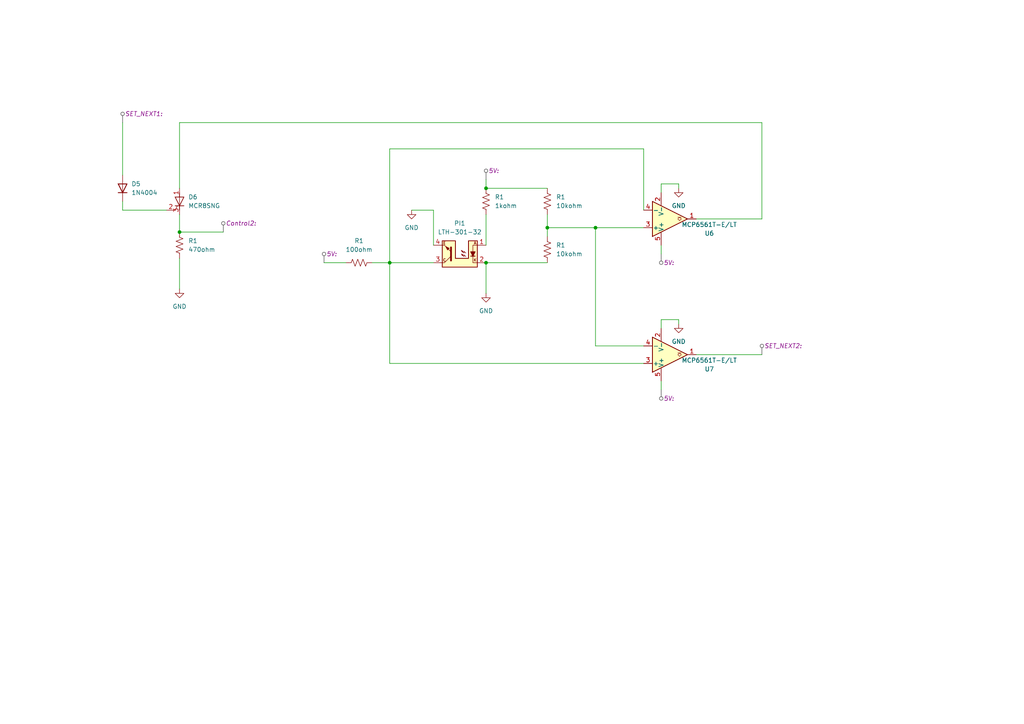
<source format=kicad_sch>
(kicad_sch (version 20230121) (generator eeschema)

  (uuid 70f162c9-6be9-4256-938e-691ef5249b97)

  (paper "A4")

  (title_block
    (title "PCB:C2")
    (date "2023-12-01")
  )

  (lib_symbols
    (symbol "Comparator:MCP6566" (pin_names (offset 0.127)) (in_bom yes) (on_board yes)
      (property "Reference" "U" (at 0 5.08 0)
        (effects (font (size 1.27 1.27)) (justify left))
      )
      (property "Value" "MCP6566" (at 0 -5.08 0)
        (effects (font (size 1.27 1.27)) (justify left))
      )
      (property "Footprint" "" (at 0 -10.16 0)
        (effects (font (size 1.27 1.27)) hide)
      )
      (property "Datasheet" "http://ww1.microchip.com/downloads/en/DeviceDoc/MCP6566-6R-6U-7-9-1.8V-Low-Power-Open-Drain-Output-Comparator-DS20002143G.pdf" (at 0 0 0)
        (effects (font (size 1.27 1.27)) hide)
      )
      (property "ki_keywords" "cmp collector" (at 0 0 0)
        (effects (font (size 1.27 1.27)) hide)
      )
      (property "ki_description" "Single 1.8V Low-Power Open-Drain Output Comparator, SOT-23-5/SC-70" (at 0 0 0)
        (effects (font (size 1.27 1.27)) hide)
      )
      (property "ki_fp_filters" "SOT?23* *SC*70*" (at 0 0 0)
        (effects (font (size 1.27 1.27)) hide)
      )
      (symbol "MCP6566_0_1"
        (polyline
          (pts
            (xy -5.08 5.08)
            (xy 5.08 0)
            (xy -5.08 -5.08)
            (xy -5.08 5.08)
          )
          (stroke (width 0.254) (type default))
          (fill (type background))
        )
        (polyline
          (pts
            (xy 3.302 -0.508)
            (xy 2.794 -0.508)
            (xy 3.302 0)
            (xy 2.794 0.508)
            (xy 2.286 0)
            (xy 2.794 -0.508)
            (xy 2.286 -0.508)
          )
          (stroke (width 0.127) (type default))
          (fill (type none))
        )
        (pin power_in line (at -2.54 -7.62 90) (length 3.81)
          (name "V-" (effects (font (size 1.27 1.27))))
          (number "2" (effects (font (size 1.27 1.27))))
        )
        (pin power_in line (at -2.54 7.62 270) (length 3.81)
          (name "V+" (effects (font (size 1.27 1.27))))
          (number "5" (effects (font (size 1.27 1.27))))
        )
      )
      (symbol "MCP6566_1_1"
        (pin open_collector line (at 7.62 0 180) (length 2.54)
          (name "~" (effects (font (size 1.27 1.27))))
          (number "1" (effects (font (size 1.27 1.27))))
        )
        (pin input line (at -7.62 2.54 0) (length 2.54)
          (name "+" (effects (font (size 1.27 1.27))))
          (number "3" (effects (font (size 1.27 1.27))))
        )
        (pin input line (at -7.62 -2.54 0) (length 2.54)
          (name "-" (effects (font (size 1.27 1.27))))
          (number "4" (effects (font (size 1.27 1.27))))
        )
      )
    )
    (symbol "Device:Q_SCR_AGK" (pin_names (offset 0) hide) (in_bom yes) (on_board yes)
      (property "Reference" "D" (at 1.905 0.635 0)
        (effects (font (size 1.27 1.27)) (justify left))
      )
      (property "Value" "Q_SCR_AGK" (at 1.905 -1.27 0)
        (effects (font (size 1.27 1.27)) (justify left))
      )
      (property "Footprint" "" (at 0 0 90)
        (effects (font (size 1.27 1.27)) hide)
      )
      (property "Datasheet" "~" (at 0 0 90)
        (effects (font (size 1.27 1.27)) hide)
      )
      (property "ki_keywords" "SCR thyristor" (at 0 0 0)
        (effects (font (size 1.27 1.27)) hide)
      )
      (property "ki_description" "Silicon controlled rectifier, anode/gate/cathode" (at 0 0 0)
        (effects (font (size 1.27 1.27)) hide)
      )
      (symbol "Q_SCR_AGK_0_1"
        (polyline
          (pts
            (xy -1.27 -2.54)
            (xy -0.635 -1.27)
          )
          (stroke (width 0) (type default))
          (fill (type none))
        )
        (polyline
          (pts
            (xy -1.27 -1.27)
            (xy 1.27 -1.27)
          )
          (stroke (width 0.2032) (type default))
          (fill (type none))
        )
        (polyline
          (pts
            (xy 0 -2.54)
            (xy 0 2.54)
          )
          (stroke (width 0) (type default))
          (fill (type none))
        )
        (polyline
          (pts
            (xy -1.27 1.27)
            (xy 1.27 1.27)
            (xy 0 -1.27)
            (xy -1.27 1.27)
          )
          (stroke (width 0.2032) (type default))
          (fill (type none))
        )
      )
      (symbol "Q_SCR_AGK_1_1"
        (pin passive line (at 0 3.81 270) (length 2.54)
          (name "A" (effects (font (size 1.27 1.27))))
          (number "1" (effects (font (size 1.27 1.27))))
        )
        (pin input line (at -3.81 -2.54 0) (length 2.54)
          (name "G" (effects (font (size 1.27 1.27))))
          (number "2" (effects (font (size 1.27 1.27))))
        )
        (pin passive line (at 0 -3.81 90) (length 2.54)
          (name "K" (effects (font (size 1.27 1.27))))
          (number "3" (effects (font (size 1.27 1.27))))
        )
      )
    )
    (symbol "Device:R_US" (pin_numbers hide) (pin_names (offset 0)) (in_bom yes) (on_board yes)
      (property "Reference" "R" (at 2.54 0 90)
        (effects (font (size 1.27 1.27)))
      )
      (property "Value" "R_US" (at -2.54 0 90)
        (effects (font (size 1.27 1.27)))
      )
      (property "Footprint" "" (at 1.016 -0.254 90)
        (effects (font (size 1.27 1.27)) hide)
      )
      (property "Datasheet" "~" (at 0 0 0)
        (effects (font (size 1.27 1.27)) hide)
      )
      (property "ki_keywords" "R res resistor" (at 0 0 0)
        (effects (font (size 1.27 1.27)) hide)
      )
      (property "ki_description" "Resistor, US symbol" (at 0 0 0)
        (effects (font (size 1.27 1.27)) hide)
      )
      (property "ki_fp_filters" "R_*" (at 0 0 0)
        (effects (font (size 1.27 1.27)) hide)
      )
      (symbol "R_US_0_1"
        (polyline
          (pts
            (xy 0 -2.286)
            (xy 0 -2.54)
          )
          (stroke (width 0) (type default))
          (fill (type none))
        )
        (polyline
          (pts
            (xy 0 2.286)
            (xy 0 2.54)
          )
          (stroke (width 0) (type default))
          (fill (type none))
        )
        (polyline
          (pts
            (xy 0 -0.762)
            (xy 1.016 -1.143)
            (xy 0 -1.524)
            (xy -1.016 -1.905)
            (xy 0 -2.286)
          )
          (stroke (width 0) (type default))
          (fill (type none))
        )
        (polyline
          (pts
            (xy 0 0.762)
            (xy 1.016 0.381)
            (xy 0 0)
            (xy -1.016 -0.381)
            (xy 0 -0.762)
          )
          (stroke (width 0) (type default))
          (fill (type none))
        )
        (polyline
          (pts
            (xy 0 2.286)
            (xy 1.016 1.905)
            (xy 0 1.524)
            (xy -1.016 1.143)
            (xy 0 0.762)
          )
          (stroke (width 0) (type default))
          (fill (type none))
        )
      )
      (symbol "R_US_1_1"
        (pin passive line (at 0 3.81 270) (length 1.27)
          (name "~" (effects (font (size 1.27 1.27))))
          (number "1" (effects (font (size 1.27 1.27))))
        )
        (pin passive line (at 0 -3.81 90) (length 1.27)
          (name "~" (effects (font (size 1.27 1.27))))
          (number "2" (effects (font (size 1.27 1.27))))
        )
      )
    )
    (symbol "Diode:1N914" (pin_numbers hide) (pin_names hide) (in_bom yes) (on_board yes)
      (property "Reference" "D" (at 0 2.54 0)
        (effects (font (size 1.27 1.27)))
      )
      (property "Value" "1N914" (at 0 -2.54 0)
        (effects (font (size 1.27 1.27)))
      )
      (property "Footprint" "Diode_THT:D_DO-35_SOD27_P7.62mm_Horizontal" (at 0 -4.445 0)
        (effects (font (size 1.27 1.27)) hide)
      )
      (property "Datasheet" "http://www.vishay.com/docs/85622/1n914.pdf" (at 0 0 0)
        (effects (font (size 1.27 1.27)) hide)
      )
      (property "Sim.Device" "D" (at 0 0 0)
        (effects (font (size 1.27 1.27)) hide)
      )
      (property "Sim.Pins" "1=K 2=A" (at 0 0 0)
        (effects (font (size 1.27 1.27)) hide)
      )
      (property "ki_keywords" "diode" (at 0 0 0)
        (effects (font (size 1.27 1.27)) hide)
      )
      (property "ki_description" "100V 0.3A Small Signal Fast Switching Diode, DO-35" (at 0 0 0)
        (effects (font (size 1.27 1.27)) hide)
      )
      (property "ki_fp_filters" "D*DO?35*" (at 0 0 0)
        (effects (font (size 1.27 1.27)) hide)
      )
      (symbol "1N914_0_1"
        (polyline
          (pts
            (xy -1.27 1.27)
            (xy -1.27 -1.27)
          )
          (stroke (width 0.254) (type default))
          (fill (type none))
        )
        (polyline
          (pts
            (xy 1.27 0)
            (xy -1.27 0)
          )
          (stroke (width 0) (type default))
          (fill (type none))
        )
        (polyline
          (pts
            (xy 1.27 1.27)
            (xy 1.27 -1.27)
            (xy -1.27 0)
            (xy 1.27 1.27)
          )
          (stroke (width 0.254) (type default))
          (fill (type none))
        )
      )
      (symbol "1N914_1_1"
        (pin passive line (at -3.81 0 0) (length 2.54)
          (name "K" (effects (font (size 1.27 1.27))))
          (number "1" (effects (font (size 1.27 1.27))))
        )
        (pin passive line (at 3.81 0 180) (length 2.54)
          (name "A" (effects (font (size 1.27 1.27))))
          (number "2" (effects (font (size 1.27 1.27))))
        )
      )
    )
    (symbol "Sensor_Proximity:ITR9608-F" (in_bom yes) (on_board yes)
      (property "Reference" "U" (at -5.08 5.08 0)
        (effects (font (size 1.27 1.27)) (justify left))
      )
      (property "Value" "ITR9608-F" (at 0 -5.08 0)
        (effects (font (size 1.27 1.27)))
      )
      (property "Footprint" "OptoDevice:Everlight_ITR9608-F" (at 0 -6.35 0)
        (effects (font (size 1.27 1.27) italic) hide)
      )
      (property "Datasheet" "https://everlighteurope.com/index.php?controller=attachment&id_attachment=5389" (at -1.27 6.35 0)
        (effects (font (size 1.27 1.27)) hide)
      )
      (property "ki_keywords" "Photointerrupter opto interrupter infrared LED fast response time infrared 940nm 5mm gap" (at 0 0 0)
        (effects (font (size 1.27 1.27)) hide)
      )
      (property "ki_description" "Photointerrupter infrared LED with photo IC, -25 to +85 degree Celsius" (at 0 0 0)
        (effects (font (size 1.27 1.27)) hide)
      )
      (property "ki_fp_filters" "*ITR9608*" (at 0 0 0)
        (effects (font (size 1.27 1.27)) hide)
      )
      (symbol "ITR9608-F_0_0"
        (text "A" (at -4.445 3.175 0)
          (effects (font (size 0.762 0.762)))
        )
        (text "C" (at 4.445 -1.778 0)
          (effects (font (size 0.762 0.762)))
        )
        (text "E" (at 4.445 3.175 0)
          (effects (font (size 0.762 0.762)))
        )
        (text "K" (at -4.445 -1.778 0)
          (effects (font (size 0.762 0.762)))
        )
      )
      (symbol "ITR9608-F_0_1"
        (polyline
          (pts
            (xy -4.445 -0.635)
            (xy -3.175 -0.635)
          )
          (stroke (width 0.254) (type default))
          (fill (type none))
        )
        (polyline
          (pts
            (xy 2.54 -0.635)
            (xy 4.445 -2.54)
          )
          (stroke (width 0) (type default))
          (fill (type none))
        )
        (polyline
          (pts
            (xy 4.445 -2.54)
            (xy 5.08 -2.54)
          )
          (stroke (width 0) (type default))
          (fill (type none))
        )
        (polyline
          (pts
            (xy 4.445 2.54)
            (xy 2.54 0.635)
          )
          (stroke (width 0) (type default))
          (fill (type outline))
        )
        (polyline
          (pts
            (xy 4.445 2.54)
            (xy 5.08 2.54)
          )
          (stroke (width 0) (type default))
          (fill (type none))
        )
        (polyline
          (pts
            (xy -5.08 -2.54)
            (xy -3.81 -2.54)
            (xy -3.81 -0.635)
          )
          (stroke (width 0) (type default))
          (fill (type none))
        )
        (polyline
          (pts
            (xy -5.08 2.54)
            (xy -3.81 2.54)
            (xy -3.81 0.635)
          )
          (stroke (width 0) (type default))
          (fill (type none))
        )
        (polyline
          (pts
            (xy 2.54 -1.905)
            (xy 2.54 1.905)
            (xy 2.54 1.905)
          )
          (stroke (width 0.508) (type default))
          (fill (type none))
        )
        (polyline
          (pts
            (xy -3.81 -0.635)
            (xy -4.445 0.635)
            (xy -3.175 0.635)
            (xy -3.81 -0.635)
          )
          (stroke (width 0.254) (type default))
          (fill (type outline))
        )
        (polyline
          (pts
            (xy -1.778 0.254)
            (xy -1.2446 0.762)
            (xy -1.2446 0.254)
            (xy -0.4826 1.016)
          )
          (stroke (width 0) (type default))
          (fill (type none))
        )
        (polyline
          (pts
            (xy -0.4826 1.016)
            (xy -0.9906 0.762)
            (xy -0.7366 0.508)
            (xy -0.4826 1.016)
          )
          (stroke (width 0) (type default))
          (fill (type none))
        )
        (polyline
          (pts
            (xy 3.048 1.651)
            (xy 3.556 1.143)
            (xy 4.064 2.159)
            (xy 3.048 1.651)
            (xy 3.048 1.651)
          )
          (stroke (width 0) (type default))
          (fill (type outline))
        )
        (polyline
          (pts
            (xy -1.778 -0.762)
            (xy -1.2446 -0.254)
            (xy -1.2446 -0.762)
            (xy -0.4826 0)
            (xy -0.9906 -0.254)
            (xy -0.7366 -0.508)
            (xy -0.4826 0)
          )
          (stroke (width 0) (type default))
          (fill (type none))
        )
        (polyline
          (pts
            (xy -5.08 3.81)
            (xy -5.08 -3.81)
            (xy 5.08 -3.81)
            (xy 5.08 3.81)
            (xy 1.27 3.81)
            (xy 1.27 -1.27)
            (xy -2.54 -1.27)
            (xy -2.54 3.81)
            (xy -5.08 3.81)
          )
          (stroke (width 0.254) (type default))
          (fill (type background))
        )
      )
      (symbol "ITR9608-F_1_1"
        (pin passive line (at -7.62 2.54 0) (length 2.54)
          (name "~" (effects (font (size 1.27 1.27))))
          (number "1" (effects (font (size 1.27 1.27))))
        )
        (pin passive line (at -7.62 -2.54 0) (length 2.54)
          (name "~" (effects (font (size 1.27 1.27))))
          (number "2" (effects (font (size 1.27 1.27))))
        )
        (pin open_collector line (at 7.62 -2.54 180) (length 2.54)
          (name "~" (effects (font (size 1.27 1.27))))
          (number "3" (effects (font (size 1.27 1.27))))
        )
        (pin open_emitter line (at 7.62 2.54 180) (length 2.54)
          (name "~" (effects (font (size 1.27 1.27))))
          (number "4" (effects (font (size 1.27 1.27))))
        )
      )
    )
    (symbol "power:GND" (power) (pin_names (offset 0)) (in_bom yes) (on_board yes)
      (property "Reference" "#PWR" (at 0 -6.35 0)
        (effects (font (size 1.27 1.27)) hide)
      )
      (property "Value" "GND" (at 0 -3.81 0)
        (effects (font (size 1.27 1.27)))
      )
      (property "Footprint" "" (at 0 0 0)
        (effects (font (size 1.27 1.27)) hide)
      )
      (property "Datasheet" "" (at 0 0 0)
        (effects (font (size 1.27 1.27)) hide)
      )
      (property "ki_keywords" "global power" (at 0 0 0)
        (effects (font (size 1.27 1.27)) hide)
      )
      (property "ki_description" "Power symbol creates a global label with name \"GND\" , ground" (at 0 0 0)
        (effects (font (size 1.27 1.27)) hide)
      )
      (symbol "GND_0_1"
        (polyline
          (pts
            (xy 0 0)
            (xy 0 -1.27)
            (xy 1.27 -1.27)
            (xy 0 -2.54)
            (xy -1.27 -1.27)
            (xy 0 -1.27)
          )
          (stroke (width 0) (type default))
          (fill (type none))
        )
      )
      (symbol "GND_1_1"
        (pin power_in line (at 0 0 270) (length 0) hide
          (name "GND" (effects (font (size 1.27 1.27))))
          (number "1" (effects (font (size 1.27 1.27))))
        )
      )
    )
  )

  (junction (at 140.97 76.2) (diameter 0) (color 0 0 0 0)
    (uuid 0a94893c-3257-41f7-93f4-6e62dbbeb4eb)
  )
  (junction (at 113.03 76.2) (diameter 0) (color 0 0 0 0)
    (uuid 0d409cd5-e26f-415a-8e39-f8797d02ca10)
  )
  (junction (at 172.72 66.04) (diameter 0) (color 0 0 0 0)
    (uuid 5d3d3bdd-35c2-4798-9795-9c55045ff8b2)
  )
  (junction (at 140.97 54.61) (diameter 0) (color 0 0 0 0)
    (uuid 83019e55-af19-4ed2-93e7-fcbccbfcadea)
  )
  (junction (at 52.07 67.31) (diameter 0) (color 0 0 0 0)
    (uuid b9095126-65ce-4a78-b73e-cc0a712c762f)
  )
  (junction (at 158.75 66.04) (diameter 0) (color 0 0 0 0)
    (uuid e334b960-7036-4f9a-a4e0-ee981cb81c5f)
  )

  (wire (pts (xy 172.72 100.33) (xy 186.69 100.33))
    (stroke (width 0) (type default))
    (uuid 14b9a774-7a10-4e5c-914e-8d3409f69f25)
  )
  (wire (pts (xy 186.69 60.96) (xy 186.69 43.18))
    (stroke (width 0) (type default))
    (uuid 1edec0ce-45da-40c8-906d-b53766811da8)
  )
  (wire (pts (xy 191.77 113.03) (xy 191.77 110.49))
    (stroke (width 0) (type default))
    (uuid 28164fee-8d15-4672-9ec2-2a528a4fb3c7)
  )
  (wire (pts (xy 113.03 43.18) (xy 113.03 76.2))
    (stroke (width 0) (type default))
    (uuid 2b143f36-bb6e-49bd-b752-07319ab323f9)
  )
  (wire (pts (xy 186.69 105.41) (xy 113.03 105.41))
    (stroke (width 0) (type default))
    (uuid 4081d22e-cff2-4ccf-bd39-03325db5a7be)
  )
  (wire (pts (xy 113.03 76.2) (xy 125.73 76.2))
    (stroke (width 0) (type default))
    (uuid 44828687-a540-4102-8436-4bb8bd7cfe90)
  )
  (wire (pts (xy 172.72 66.04) (xy 172.72 100.33))
    (stroke (width 0) (type default))
    (uuid 484efa39-82e3-4dc4-a506-801c53650337)
  )
  (wire (pts (xy 201.93 102.87) (xy 220.98 102.87))
    (stroke (width 0) (type default))
    (uuid 4f646326-d913-46bc-a39b-df663625e09a)
  )
  (wire (pts (xy 186.69 43.18) (xy 113.03 43.18))
    (stroke (width 0) (type default))
    (uuid 629e4c9c-b468-4cce-bb5d-a3bbbb6288d8)
  )
  (wire (pts (xy 196.85 54.61) (xy 196.85 53.34))
    (stroke (width 0) (type default))
    (uuid 65bfc3dc-1fe2-4d9c-a7d5-c9da0c22d072)
  )
  (wire (pts (xy 125.73 71.12) (xy 125.73 60.96))
    (stroke (width 0) (type default))
    (uuid 6f8590fe-9ad2-40d6-b608-b8424616d03f)
  )
  (wire (pts (xy 35.56 58.42) (xy 35.56 60.96))
    (stroke (width 0) (type default))
    (uuid 738295c3-bbf2-4b63-80d0-e6febeebd26b)
  )
  (wire (pts (xy 52.07 62.23) (xy 52.07 67.31))
    (stroke (width 0) (type default))
    (uuid 79240c8c-192a-4416-8dc0-f967bc70427a)
  )
  (wire (pts (xy 196.85 53.34) (xy 191.77 53.34))
    (stroke (width 0) (type default))
    (uuid 7de6828b-64df-439a-97c6-a940a0b03d9b)
  )
  (wire (pts (xy 220.98 63.5) (xy 220.98 35.56))
    (stroke (width 0) (type default))
    (uuid 7facb8c8-aea2-4285-9cea-f6c990dc1557)
  )
  (wire (pts (xy 64.77 67.31) (xy 52.07 67.31))
    (stroke (width 0) (type default))
    (uuid 833be0f6-e701-415f-a729-7c91a3f470e6)
  )
  (wire (pts (xy 158.75 66.04) (xy 158.75 68.58))
    (stroke (width 0) (type default))
    (uuid 8ddf7767-6912-49b1-940b-06a6d0624806)
  )
  (wire (pts (xy 107.95 76.2) (xy 113.03 76.2))
    (stroke (width 0) (type default))
    (uuid 8f625986-5752-420a-801f-c338df17a33d)
  )
  (wire (pts (xy 158.75 62.23) (xy 158.75 66.04))
    (stroke (width 0) (type default))
    (uuid 90bba946-232c-48d1-835f-9ab498da6017)
  )
  (wire (pts (xy 125.73 60.96) (xy 119.38 60.96))
    (stroke (width 0) (type default))
    (uuid a5589f7d-aa4c-4be0-b9d5-6353d2365f90)
  )
  (wire (pts (xy 48.26 60.96) (xy 35.56 60.96))
    (stroke (width 0) (type default))
    (uuid ab8f1295-c8d6-406c-a71c-ebc52ae937d0)
  )
  (wire (pts (xy 158.75 76.2) (xy 140.97 76.2))
    (stroke (width 0) (type default))
    (uuid b2268a2f-587d-478d-a7fe-787a73b39c82)
  )
  (wire (pts (xy 52.07 35.56) (xy 52.07 54.61))
    (stroke (width 0) (type default))
    (uuid b457be2d-d57f-4b9e-b927-2c122a945663)
  )
  (wire (pts (xy 191.77 92.71) (xy 191.77 95.25))
    (stroke (width 0) (type default))
    (uuid bb56c20d-d675-405d-acba-8abedaa17f0f)
  )
  (wire (pts (xy 191.77 73.66) (xy 191.77 71.12))
    (stroke (width 0) (type default))
    (uuid c45ba89a-6d06-4953-b425-cb56d7d280d0)
  )
  (wire (pts (xy 140.97 62.23) (xy 140.97 71.12))
    (stroke (width 0) (type default))
    (uuid c6c93610-653e-46ab-9463-edf77b74a053)
  )
  (wire (pts (xy 93.98 76.2) (xy 100.33 76.2))
    (stroke (width 0) (type default))
    (uuid cdedd624-1e40-4b1b-90c3-6ae2c99f049f)
  )
  (wire (pts (xy 140.97 52.07) (xy 140.97 54.61))
    (stroke (width 0) (type default))
    (uuid d66f52f6-3cdb-4182-8bd9-8f7adf768559)
  )
  (wire (pts (xy 186.69 66.04) (xy 172.72 66.04))
    (stroke (width 0) (type default))
    (uuid db220846-9fa0-4b9b-9e97-5899f65d0c97)
  )
  (wire (pts (xy 35.56 50.8) (xy 35.56 35.56))
    (stroke (width 0) (type default))
    (uuid dc4c64da-fe93-49d8-878e-77f3a36cf7d8)
  )
  (wire (pts (xy 196.85 92.71) (xy 191.77 92.71))
    (stroke (width 0) (type default))
    (uuid dd879276-4338-4634-907a-a7af8bc96869)
  )
  (wire (pts (xy 113.03 76.2) (xy 113.03 105.41))
    (stroke (width 0) (type default))
    (uuid eb4846f8-e4f0-48d6-a98f-f2f06eedc35e)
  )
  (wire (pts (xy 140.97 54.61) (xy 158.75 54.61))
    (stroke (width 0) (type default))
    (uuid eca0d43a-642e-4115-a91c-5e3c835b87e5)
  )
  (wire (pts (xy 52.07 74.93) (xy 52.07 83.82))
    (stroke (width 0) (type default))
    (uuid f1cbcaef-77d4-47b5-9b1f-8690a906d65a)
  )
  (wire (pts (xy 220.98 35.56) (xy 52.07 35.56))
    (stroke (width 0) (type default))
    (uuid f3ffb8b0-c4f9-4220-823a-26c5c3bb6db9)
  )
  (wire (pts (xy 191.77 53.34) (xy 191.77 55.88))
    (stroke (width 0) (type default))
    (uuid f57a57c5-8d7e-45a2-96a6-27db1c378b8a)
  )
  (wire (pts (xy 140.97 76.2) (xy 140.97 85.09))
    (stroke (width 0) (type default))
    (uuid f6627bd5-cdd0-4790-93c3-c07d7b904962)
  )
  (wire (pts (xy 172.72 66.04) (xy 158.75 66.04))
    (stroke (width 0) (type default))
    (uuid f73a5954-55b8-4174-bbe2-6815653fcdfc)
  )
  (wire (pts (xy 201.93 63.5) (xy 220.98 63.5))
    (stroke (width 0) (type default))
    (uuid f88cf216-df1b-4b7b-8b91-88c3d0e78cf1)
  )
  (wire (pts (xy 196.85 93.98) (xy 196.85 92.71))
    (stroke (width 0) (type default))
    (uuid fa457e07-6f41-4a11-93a9-59710ce0c2f8)
  )

  (netclass_flag "" (length 2.54) (shape round) (at 64.77 67.31 0) (fields_autoplaced)
    (effects (font (size 1.27 1.27)) (justify left bottom))
    (uuid 058fd169-336f-4ab6-a0fc-f526d627189d)
    (property "Control2" "" (at 65.4685 64.77 0) (show_name)
      (effects (font (size 1.27 1.27) italic) (justify left))
    )
  )
  (netclass_flag "" (length 2.54) (shape round) (at 220.98 102.87 0) (fields_autoplaced)
    (effects (font (size 1.27 1.27)) (justify left bottom))
    (uuid 2424714b-54a2-46bc-a1a7-47fbbf4be82c)
    (property "SET_NEXT2" "" (at 221.6785 100.33 0) (show_name)
      (effects (font (size 1.27 1.27) italic) (justify left))
    )
  )
  (netclass_flag "" (length 2.54) (shape round) (at 140.97 52.07 0) (fields_autoplaced)
    (effects (font (size 1.27 1.27)) (justify left bottom))
    (uuid 2ba22df7-6acf-4fa8-b720-674b55418219)
    (property "5V" "" (at 141.6685 49.53 0) (show_name)
      (effects (font (size 1.27 1.27) italic) (justify left))
    )
  )
  (netclass_flag "" (length 2.54) (shape round) (at 35.56 35.56 0) (fields_autoplaced)
    (effects (font (size 1.27 1.27)) (justify left bottom))
    (uuid 3659ea41-74a7-4130-b141-5591628cf7a7)
    (property "SET_NEXT1" "" (at 36.2585 33.02 0) (show_name)
      (effects (font (size 1.27 1.27) italic) (justify left))
    )
  )
  (netclass_flag "" (length 2.54) (shape round) (at 191.77 73.66 180) (fields_autoplaced)
    (effects (font (size 1.27 1.27)) (justify right bottom))
    (uuid 5cbb1798-82b9-46bc-889e-9b91fc7e942e)
    (property "5V" "" (at 192.4685 76.2 0) (show_name)
      (effects (font (size 1.27 1.27) italic) (justify left))
    )
  )
  (netclass_flag "" (length 2.54) (shape round) (at 93.98 76.2 0) (fields_autoplaced)
    (effects (font (size 1.27 1.27)) (justify left bottom))
    (uuid ab8e01cf-7d06-434f-99a0-7bd16c685fdd)
    (property "5V" "" (at 94.6785 73.66 0) (show_name)
      (effects (font (size 1.27 1.27) italic) (justify left))
    )
  )
  (netclass_flag "" (length 2.54) (shape round) (at 191.77 113.03 180) (fields_autoplaced)
    (effects (font (size 1.27 1.27)) (justify right bottom))
    (uuid accb823c-3107-49ac-abef-c87c9282df23)
    (property "5V" "" (at 192.4685 115.57 0) (show_name)
      (effects (font (size 1.27 1.27) italic) (justify left))
    )
  )

  (symbol (lib_id "power:GND") (at 52.07 83.82 0) (unit 1)
    (in_bom yes) (on_board yes) (dnp no) (fields_autoplaced)
    (uuid 0c5afb40-82f6-4469-9853-e1ba485b103f)
    (property "Reference" "#PWR012" (at 52.07 90.17 0)
      (effects (font (size 1.27 1.27)) hide)
    )
    (property "Value" "GND" (at 52.07 88.9 0)
      (effects (font (size 1.27 1.27)))
    )
    (property "Footprint" "" (at 52.07 83.82 0)
      (effects (font (size 1.27 1.27)) hide)
    )
    (property "Datasheet" "" (at 52.07 83.82 0)
      (effects (font (size 1.27 1.27)) hide)
    )
    (pin "1" (uuid 10783790-12b0-49c4-b6a4-db7b878c504d))
    (instances
      (project "Schem1"
        (path "/911b5eb8-7b6c-425b-b090-765c473021df/89303584-90b3-4284-9cfe-6f4b21b3b21a"
          (reference "#PWR012") (unit 1)
        )
        (path "/911b5eb8-7b6c-425b-b090-765c473021df/b373f443-bd5b-4968-bed5-084cb3ea84d6"
          (reference "#PWR014") (unit 1)
        )
      )
    )
  )

  (symbol (lib_id "power:GND") (at 140.97 85.09 0) (unit 1)
    (in_bom yes) (on_board yes) (dnp no) (fields_autoplaced)
    (uuid 21d70568-334a-4075-abc5-e41a79f406ae)
    (property "Reference" "#PWR09" (at 140.97 91.44 0)
      (effects (font (size 1.27 1.27)) hide)
    )
    (property "Value" "GND" (at 140.97 90.17 0)
      (effects (font (size 1.27 1.27)))
    )
    (property "Footprint" "" (at 140.97 85.09 0)
      (effects (font (size 1.27 1.27)) hide)
    )
    (property "Datasheet" "" (at 140.97 85.09 0)
      (effects (font (size 1.27 1.27)) hide)
    )
    (pin "1" (uuid a09df202-5285-4bff-b7ed-05cfb53ecd2a))
    (instances
      (project "Schem1"
        (path "/911b5eb8-7b6c-425b-b090-765c473021df/89303584-90b3-4284-9cfe-6f4b21b3b21a"
          (reference "#PWR09") (unit 1)
        )
        (path "/911b5eb8-7b6c-425b-b090-765c473021df/b373f443-bd5b-4968-bed5-084cb3ea84d6"
          (reference "#PWR016") (unit 1)
        )
      )
    )
  )

  (symbol (lib_id "Device:R_US") (at 140.97 58.42 0) (unit 1)
    (in_bom yes) (on_board yes) (dnp no) (fields_autoplaced)
    (uuid 25cb2ab6-ad07-452c-b49d-070723ec11f1)
    (property "Reference" "R1" (at 143.51 57.15 0)
      (effects (font (size 1.27 1.27)) (justify left))
    )
    (property "Value" "1kohm" (at 143.51 59.69 0)
      (effects (font (size 1.27 1.27)) (justify left))
    )
    (property "Footprint" "" (at 141.986 58.674 90)
      (effects (font (size 1.27 1.27)) hide)
    )
    (property "Datasheet" "~" (at 140.97 58.42 0)
      (effects (font (size 1.27 1.27)) hide)
    )
    (pin "2" (uuid 39abc54c-ff9c-478f-86a0-06bbe1c8b13d))
    (pin "1" (uuid dc6c012d-ee7e-4684-9c18-8d2aa09af965))
    (instances
      (project "Schem1"
        (path "/911b5eb8-7b6c-425b-b090-765c473021df"
          (reference "R1") (unit 1)
        )
        (path "/911b5eb8-7b6c-425b-b090-765c473021df/89303584-90b3-4284-9cfe-6f4b21b3b21a"
          (reference "R7") (unit 1)
        )
        (path "/911b5eb8-7b6c-425b-b090-765c473021df/b373f443-bd5b-4968-bed5-084cb3ea84d6"
          (reference "R14") (unit 1)
        )
      )
    )
  )

  (symbol (lib_id "Diode:1N914") (at 35.56 54.61 90) (unit 1)
    (in_bom yes) (on_board yes) (dnp no) (fields_autoplaced)
    (uuid 2b2de0dd-945b-4904-a208-0ae13dd297cd)
    (property "Reference" "D5" (at 38.1 53.34 90)
      (effects (font (size 1.27 1.27)) (justify right))
    )
    (property "Value" "1N4004" (at 38.1 55.88 90)
      (effects (font (size 1.27 1.27)) (justify right))
    )
    (property "Footprint" "Diode_THT:D_DO-35_SOD27_P7.62mm_Horizontal" (at 40.005 54.61 0)
      (effects (font (size 1.27 1.27)) hide)
    )
    (property "Datasheet" "http://www.vishay.com/docs/85622/1n914.pdf" (at 35.56 54.61 0)
      (effects (font (size 1.27 1.27)) hide)
    )
    (property "Sim.Device" "D" (at 35.56 54.61 0)
      (effects (font (size 1.27 1.27)) hide)
    )
    (property "Sim.Pins" "1=K 2=A" (at 35.56 54.61 0)
      (effects (font (size 1.27 1.27)) hide)
    )
    (pin "2" (uuid f087b10b-c8f6-465c-86f9-35853cf106fa))
    (pin "1" (uuid 865eccf0-dc81-4c1e-8295-be2c155937a0))
    (instances
      (project "Schem1"
        (path "/911b5eb8-7b6c-425b-b090-765c473021df"
          (reference "D5") (unit 1)
        )
        (path "/911b5eb8-7b6c-425b-b090-765c473021df/f1eb5bf7-cb18-41d2-af62-ebbfe03c356f"
          (reference "D5") (unit 1)
        )
        (path "/911b5eb8-7b6c-425b-b090-765c473021df/89303584-90b3-4284-9cfe-6f4b21b3b21a"
          (reference "D7") (unit 1)
        )
        (path "/911b5eb8-7b6c-425b-b090-765c473021df/b373f443-bd5b-4968-bed5-084cb3ea84d6"
          (reference "D8") (unit 1)
        )
      )
    )
  )

  (symbol (lib_id "power:GND") (at 196.85 93.98 0) (unit 1)
    (in_bom yes) (on_board yes) (dnp no)
    (uuid 697a8932-0fb1-4946-88b3-409839e477a4)
    (property "Reference" "#PWR011" (at 196.85 100.33 0)
      (effects (font (size 1.27 1.27)) hide)
    )
    (property "Value" "GND" (at 196.85 99.06 0)
      (effects (font (size 1.27 1.27)))
    )
    (property "Footprint" "" (at 196.85 93.98 0)
      (effects (font (size 1.27 1.27)) hide)
    )
    (property "Datasheet" "" (at 196.85 93.98 0)
      (effects (font (size 1.27 1.27)) hide)
    )
    (pin "1" (uuid baa7ae25-bd46-4a9c-ba1a-e9336b3901d0))
    (instances
      (project "Schem1"
        (path "/911b5eb8-7b6c-425b-b090-765c473021df/89303584-90b3-4284-9cfe-6f4b21b3b21a"
          (reference "#PWR011") (unit 1)
        )
        (path "/911b5eb8-7b6c-425b-b090-765c473021df/b373f443-bd5b-4968-bed5-084cb3ea84d6"
          (reference "#PWR018") (unit 1)
        )
      )
    )
  )

  (symbol (lib_id "power:GND") (at 119.38 60.96 0) (unit 1)
    (in_bom yes) (on_board yes) (dnp no) (fields_autoplaced)
    (uuid 965e9138-1bf5-462e-b91f-248457060e18)
    (property "Reference" "#PWR013" (at 119.38 67.31 0)
      (effects (font (size 1.27 1.27)) hide)
    )
    (property "Value" "GND" (at 119.38 66.04 0)
      (effects (font (size 1.27 1.27)))
    )
    (property "Footprint" "" (at 119.38 60.96 0)
      (effects (font (size 1.27 1.27)) hide)
    )
    (property "Datasheet" "" (at 119.38 60.96 0)
      (effects (font (size 1.27 1.27)) hide)
    )
    (pin "1" (uuid d389db0b-9aed-43dc-95b7-ac3c8d0e43a3))
    (instances
      (project "Schem1"
        (path "/911b5eb8-7b6c-425b-b090-765c473021df/89303584-90b3-4284-9cfe-6f4b21b3b21a"
          (reference "#PWR013") (unit 1)
        )
        (path "/911b5eb8-7b6c-425b-b090-765c473021df/b373f443-bd5b-4968-bed5-084cb3ea84d6"
          (reference "#PWR015") (unit 1)
        )
      )
    )
  )

  (symbol (lib_id "Device:R_US") (at 52.07 71.12 0) (unit 1)
    (in_bom yes) (on_board yes) (dnp no) (fields_autoplaced)
    (uuid a3e15d35-e184-4f60-aa16-199fd4ce2e2e)
    (property "Reference" "R1" (at 54.61 69.85 0)
      (effects (font (size 1.27 1.27)) (justify left))
    )
    (property "Value" "470ohm" (at 54.61 72.39 0)
      (effects (font (size 1.27 1.27)) (justify left))
    )
    (property "Footprint" "" (at 53.086 71.374 90)
      (effects (font (size 1.27 1.27)) hide)
    )
    (property "Datasheet" "~" (at 52.07 71.12 0)
      (effects (font (size 1.27 1.27)) hide)
    )
    (pin "2" (uuid 2dc667a0-36cb-48cc-921d-c3330ff51f6a))
    (pin "1" (uuid 66a3f806-ca6e-4d38-816c-61e23a5b1496))
    (instances
      (project "Schem1"
        (path "/911b5eb8-7b6c-425b-b090-765c473021df"
          (reference "R1") (unit 1)
        )
        (path "/911b5eb8-7b6c-425b-b090-765c473021df/89303584-90b3-4284-9cfe-6f4b21b3b21a"
          (reference "R11") (unit 1)
        )
        (path "/911b5eb8-7b6c-425b-b090-765c473021df/b373f443-bd5b-4968-bed5-084cb3ea84d6"
          (reference "R12") (unit 1)
        )
      )
    )
  )

  (symbol (lib_id "Device:R_US") (at 104.14 76.2 90) (unit 1)
    (in_bom yes) (on_board yes) (dnp no) (fields_autoplaced)
    (uuid a8d920b1-1aee-441b-b7d3-66f0ac1f24a0)
    (property "Reference" "R1" (at 104.14 69.85 90)
      (effects (font (size 1.27 1.27)))
    )
    (property "Value" "100ohm" (at 104.14 72.39 90)
      (effects (font (size 1.27 1.27)))
    )
    (property "Footprint" "" (at 104.394 75.184 90)
      (effects (font (size 1.27 1.27)) hide)
    )
    (property "Datasheet" "~" (at 104.14 76.2 0)
      (effects (font (size 1.27 1.27)) hide)
    )
    (pin "2" (uuid 24b9c431-14a2-493d-a41a-758541735cc3))
    (pin "1" (uuid 18a8a947-8486-4391-812d-11989b2b80f1))
    (instances
      (project "Schem1"
        (path "/911b5eb8-7b6c-425b-b090-765c473021df"
          (reference "R1") (unit 1)
        )
        (path "/911b5eb8-7b6c-425b-b090-765c473021df/89303584-90b3-4284-9cfe-6f4b21b3b21a"
          (reference "R10") (unit 1)
        )
        (path "/911b5eb8-7b6c-425b-b090-765c473021df/b373f443-bd5b-4968-bed5-084cb3ea84d6"
          (reference "R13") (unit 1)
        )
      )
    )
  )

  (symbol (lib_id "Device:Q_SCR_AGK") (at 52.07 58.42 0) (unit 1)
    (in_bom yes) (on_board yes) (dnp no) (fields_autoplaced)
    (uuid b5fbdb3a-b135-48d3-9326-0bfc9ff94914)
    (property "Reference" "D6" (at 54.61 57.15 0)
      (effects (font (size 1.27 1.27)) (justify left))
    )
    (property "Value" "MCR8SNG" (at 54.61 59.69 0)
      (effects (font (size 1.27 1.27)) (justify left))
    )
    (property "Footprint" "" (at 52.07 58.42 90)
      (effects (font (size 1.27 1.27)) hide)
    )
    (property "Datasheet" "~" (at 52.07 58.42 90)
      (effects (font (size 1.27 1.27)) hide)
    )
    (pin "2" (uuid 10621ca1-4dbc-456b-9e9e-77d22db1b825))
    (pin "1" (uuid f6a2999d-37ab-48b4-9bc5-a74be484e5af))
    (pin "3" (uuid 45b42413-de28-423d-8140-d2e8d178b641))
    (instances
      (project "Schem1"
        (path "/911b5eb8-7b6c-425b-b090-765c473021df/89303584-90b3-4284-9cfe-6f4b21b3b21a"
          (reference "D6") (unit 1)
        )
        (path "/911b5eb8-7b6c-425b-b090-765c473021df/b373f443-bd5b-4968-bed5-084cb3ea84d6"
          (reference "D9") (unit 1)
        )
      )
    )
  )

  (symbol (lib_id "Device:R_US") (at 158.75 58.42 0) (unit 1)
    (in_bom yes) (on_board yes) (dnp no) (fields_autoplaced)
    (uuid bd26f351-3721-4d08-9a6c-c5a423813609)
    (property "Reference" "R1" (at 161.29 57.15 0)
      (effects (font (size 1.27 1.27)) (justify left))
    )
    (property "Value" "10kohm" (at 161.29 59.69 0)
      (effects (font (size 1.27 1.27)) (justify left))
    )
    (property "Footprint" "" (at 159.766 58.674 90)
      (effects (font (size 1.27 1.27)) hide)
    )
    (property "Datasheet" "~" (at 158.75 58.42 0)
      (effects (font (size 1.27 1.27)) hide)
    )
    (pin "2" (uuid f41714c4-0cf4-4a44-aa5f-fdd7513e6a2e))
    (pin "1" (uuid 2eb79414-e934-4148-bc2e-5ffaf0f12e59))
    (instances
      (project "Schem1"
        (path "/911b5eb8-7b6c-425b-b090-765c473021df"
          (reference "R1") (unit 1)
        )
        (path "/911b5eb8-7b6c-425b-b090-765c473021df/89303584-90b3-4284-9cfe-6f4b21b3b21a"
          (reference "R8") (unit 1)
        )
        (path "/911b5eb8-7b6c-425b-b090-765c473021df/b373f443-bd5b-4968-bed5-084cb3ea84d6"
          (reference "R15") (unit 1)
        )
      )
    )
  )

  (symbol (lib_id "Comparator:MCP6566") (at 194.31 102.87 0) (mirror x) (unit 1)
    (in_bom yes) (on_board yes) (dnp no) (fields_autoplaced)
    (uuid c07f1432-4bfc-4594-a329-44a0a1abf2e0)
    (property "Reference" "U7" (at 205.74 107.0609 0)
      (effects (font (size 1.27 1.27)))
    )
    (property "Value" "MCP6561T-E/LT" (at 205.74 104.5209 0)
      (effects (font (size 1.27 1.27)))
    )
    (property "Footprint" "" (at 194.31 92.71 0)
      (effects (font (size 1.27 1.27)) hide)
    )
    (property "Datasheet" "https://ww1.microchip.com/downloads/en/DeviceDoc/MCP6561-1R-1U-2-4-1.8V-Low-Power-Push-Pull-Output-Comparator-DS20002139E.pdf" (at 194.31 102.87 0)
      (effects (font (size 1.27 1.27)) hide)
    )
    (pin "5" (uuid 10778950-4030-4174-9631-b8c5ea97d7c2))
    (pin "4" (uuid 20bbe3c4-6107-46be-8d8f-42ea18cd7b8c))
    (pin "1" (uuid 1c61ac5d-66c9-4f00-b32b-89c8351f58a0))
    (pin "2" (uuid 1e1e8b4c-f9e8-4371-ad67-799a91560ef7))
    (pin "3" (uuid f2d10e61-fba8-4d33-b458-b73c7b3b214d))
    (instances
      (project "Schem1"
        (path "/911b5eb8-7b6c-425b-b090-765c473021df/89303584-90b3-4284-9cfe-6f4b21b3b21a"
          (reference "U7") (unit 1)
        )
        (path "/911b5eb8-7b6c-425b-b090-765c473021df/b373f443-bd5b-4968-bed5-084cb3ea84d6"
          (reference "U9") (unit 1)
        )
      )
    )
  )

  (symbol (lib_id "power:GND") (at 196.85 54.61 0) (unit 1)
    (in_bom yes) (on_board yes) (dnp no)
    (uuid c2906d62-ea5a-401c-9f59-27ebc5488555)
    (property "Reference" "#PWR010" (at 196.85 60.96 0)
      (effects (font (size 1.27 1.27)) hide)
    )
    (property "Value" "GND" (at 196.85 59.69 0)
      (effects (font (size 1.27 1.27)))
    )
    (property "Footprint" "" (at 196.85 54.61 0)
      (effects (font (size 1.27 1.27)) hide)
    )
    (property "Datasheet" "" (at 196.85 54.61 0)
      (effects (font (size 1.27 1.27)) hide)
    )
    (pin "1" (uuid 26ba2804-8b9f-4fd2-a769-b65ea0eeff3c))
    (instances
      (project "Schem1"
        (path "/911b5eb8-7b6c-425b-b090-765c473021df/89303584-90b3-4284-9cfe-6f4b21b3b21a"
          (reference "#PWR010") (unit 1)
        )
        (path "/911b5eb8-7b6c-425b-b090-765c473021df/b373f443-bd5b-4968-bed5-084cb3ea84d6"
          (reference "#PWR017") (unit 1)
        )
      )
    )
  )

  (symbol (lib_id "Device:R_US") (at 158.75 72.39 0) (unit 1)
    (in_bom yes) (on_board yes) (dnp no) (fields_autoplaced)
    (uuid dee11526-0715-4775-b9e5-c36b5c9826af)
    (property "Reference" "R1" (at 161.29 71.12 0)
      (effects (font (size 1.27 1.27)) (justify left))
    )
    (property "Value" "10kohm" (at 161.29 73.66 0)
      (effects (font (size 1.27 1.27)) (justify left))
    )
    (property "Footprint" "" (at 159.766 72.644 90)
      (effects (font (size 1.27 1.27)) hide)
    )
    (property "Datasheet" "~" (at 158.75 72.39 0)
      (effects (font (size 1.27 1.27)) hide)
    )
    (pin "2" (uuid fc4179dc-a70e-4145-b6b1-1ac49e67ebb9))
    (pin "1" (uuid f89d6019-a000-4672-8407-08ac9023485f))
    (instances
      (project "Schem1"
        (path "/911b5eb8-7b6c-425b-b090-765c473021df"
          (reference "R1") (unit 1)
        )
        (path "/911b5eb8-7b6c-425b-b090-765c473021df/89303584-90b3-4284-9cfe-6f4b21b3b21a"
          (reference "R9") (unit 1)
        )
        (path "/911b5eb8-7b6c-425b-b090-765c473021df/b373f443-bd5b-4968-bed5-084cb3ea84d6"
          (reference "R16") (unit 1)
        )
      )
    )
  )

  (symbol (lib_id "Sensor_Proximity:ITR9608-F") (at 133.35 73.66 0) (mirror y) (unit 1)
    (in_bom yes) (on_board yes) (dnp no)
    (uuid e0c239f4-5101-4ca2-a428-7cd3d41dd34e)
    (property "Reference" "PI1" (at 133.35 64.77 0)
      (effects (font (size 1.27 1.27)))
    )
    (property "Value" "LTH-301-32" (at 133.35 67.31 0)
      (effects (font (size 1.27 1.27)))
    )
    (property "Footprint" "" (at 133.35 80.01 0)
      (effects (font (size 1.27 1.27) italic) hide)
    )
    (property "Datasheet" "" (at 134.62 67.31 0)
      (effects (font (size 1.27 1.27)) hide)
    )
    (pin "2" (uuid d9006694-8855-4427-ab60-c6046a57855e))
    (pin "3" (uuid 727e334b-6a67-4663-991f-9be820af925c))
    (pin "4" (uuid 7b17c935-99ad-4c0b-a141-86cd080424f3))
    (pin "1" (uuid 95ad81ca-2ad8-4b44-af0b-d2b2c3e7d0a6))
    (instances
      (project "Schem1"
        (path "/911b5eb8-7b6c-425b-b090-765c473021df"
          (reference "PI1") (unit 1)
        )
        (path "/911b5eb8-7b6c-425b-b090-765c473021df/89303584-90b3-4284-9cfe-6f4b21b3b21a"
          (reference "PI1") (unit 1)
        )
        (path "/911b5eb8-7b6c-425b-b090-765c473021df/b373f443-bd5b-4968-bed5-084cb3ea84d6"
          (reference "PI2") (unit 1)
        )
      )
    )
  )

  (symbol (lib_id "Comparator:MCP6566") (at 194.31 63.5 0) (mirror x) (unit 1)
    (in_bom yes) (on_board yes) (dnp no) (fields_autoplaced)
    (uuid ec5b1adf-24db-4d3b-b1f9-49a1fdc6b08a)
    (property "Reference" "U6" (at 205.74 67.6909 0)
      (effects (font (size 1.27 1.27)))
    )
    (property "Value" "MCP6561T-E/LT" (at 205.74 65.1509 0)
      (effects (font (size 1.27 1.27)))
    )
    (property "Footprint" "" (at 194.31 53.34 0)
      (effects (font (size 1.27 1.27)) hide)
    )
    (property "Datasheet" "https://ww1.microchip.com/downloads/en/DeviceDoc/MCP6561-1R-1U-2-4-1.8V-Low-Power-Push-Pull-Output-Comparator-DS20002139E.pdf" (at 194.31 63.5 0)
      (effects (font (size 1.27 1.27)) hide)
    )
    (pin "5" (uuid 1bb52e93-114e-4937-a19f-bf90b972e36d))
    (pin "4" (uuid 44cf3901-77b8-486a-9d82-9f2f9f8269bd))
    (pin "1" (uuid 55b4ef03-ba25-40fd-9efc-74581c27f0e1))
    (pin "2" (uuid 25c63c8d-c31a-4ebb-9f29-26c3cee3d823))
    (pin "3" (uuid d1d194d3-fcfa-4850-ab60-15ce8ddfd607))
    (instances
      (project "Schem1"
        (path "/911b5eb8-7b6c-425b-b090-765c473021df/89303584-90b3-4284-9cfe-6f4b21b3b21a"
          (reference "U6") (unit 1)
        )
        (path "/911b5eb8-7b6c-425b-b090-765c473021df/b373f443-bd5b-4968-bed5-084cb3ea84d6"
          (reference "U8") (unit 1)
        )
      )
    )
  )
)

</source>
